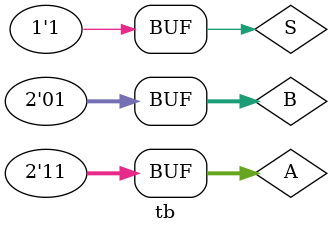
<source format=v>
module tb();

    // Declaring variables
    reg S;
    reg [1:0] A,B;

    wire [1:0] Y;


    // Declaring design
    mux dut (
            .A(A),
            .B(B),
            .S(S),
            .Y(Y)
    );

    // Stimmulus
    initial begin
        A <= 2'b11;
        B <= 2'b01;
        #100;
        
        S <= 1'b0;
        #100;

        S <= 1'b1;
        #100;
    end

    // Declaring Dump Command
    initial begin
        $dumpfile("dump.vcd");
        $dumpvars(0);
    end
endmodule

</source>
